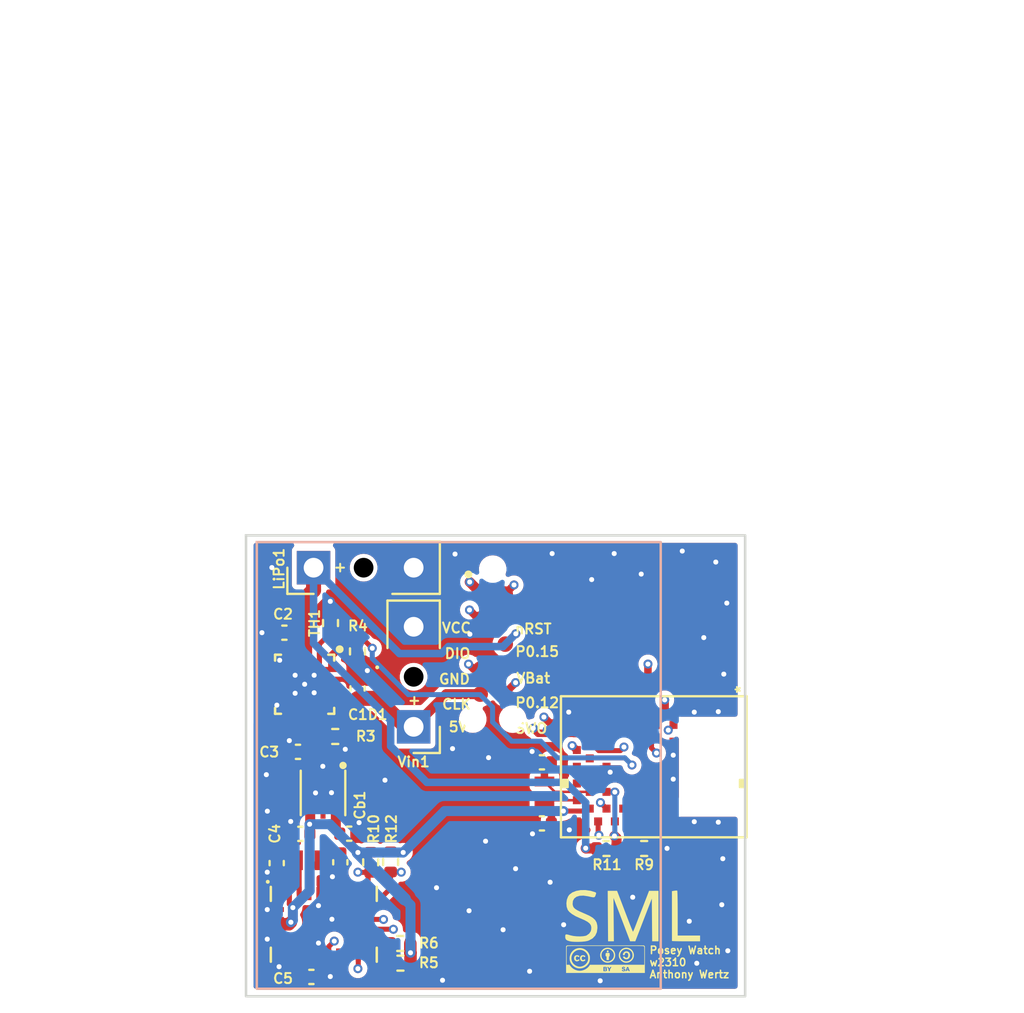
<source format=kicad_pcb>
(kicad_pcb (version 20221018) (generator pcbnew)
  (layers (0 "F.Cu" signal) (1 "In1.Cu" signal) (2 "In2.Cu" signal) (31 "B.Cu" signal) (34 "B.Paste" user) (35 "F.Paste" user) (36 "B.SilkS" user "B.Silkscreen") (37 "F.SilkS" user "F.Silkscreen") (38 "B.Mask" user) (39 "F.Mask" user) (44 "Edge.Cuts" user))
  (net 0 "")
  (net 1 "5V")
  (net 2 "GND")
  (net 3 "Net-(CHRG1-EN1)")
  (net 4 "VCC")
  (net 5 "Net-(IMU1-CAP)")
  (net 6 "Net-(IMU1-XIN32)")
  (net 7 "I_CHG")
  (net 8 "IMU_nRESET")
  (net 9 "IMU_nINT")
  (net 10 "Net-(IMU1-XOUT32{slash}CLKSEL1)")
  (net 11 "Net-(µC1A-P0-00{slash}XTAL1)")
  (net 12 "Net-(µC1A-P0-01{slash}XTAL2)")
  (net 13 "Net-(REG1-BYP)")
  (net 14 "Net-(CHRG1-TS)")
  (net 17 "SPI_COPI")
  (net 18 "Net-(CHRG1-ILIM)")
  (net 20 "SWCLK")
  (net 21 "SWDIO")
  (net 22 "Net-(IMU1-ENV_SCL)")
  (net 23 "nRESET")
  (net 24 "Net-(IMU1-ENV_SDA)")
  (net 25 "SPI_CS_IMU")
  (net 26 "SCL{slash}SPI_SCK")
  (net 27 "SDA{slash}SPI_CIPO")
  (net 34 "SWO")
  (net 35 "VBAT")
  (net 40 "EXT_P0_12")
  (net 41 "EXT_P0_15")
  (net 51 "Net-(µC1A-P0-03)")
  (footprint "Resistor_SMD:R_0402_1005Metric" (layer "F.Cu") (at 162.6496 148.2192)
    (fp_text reference "R6")
    (fp_text value "2.2k")
  )
  (footprint "Capacitor_SMD:C_0402_1005Metric" (layer "F.Cu") (at 157.46 138.49 180)
    (fp_text reference "C3")
    (fp_text value "4.7µ")
  )
  (footprint "Diode_SMD:D_0402_1005Metric" (layer "F.Cu") (at 161.48 135.29 -90)
    (fp_text reference "D1")
    (fp_text value "D_TVS")
  )
  (footprint "Capacitor_SMD:C_0402_1005Metric" (layer "F.Cu") (at 160.060001 142.645001)
    (fp_text reference "Cb1")
    (fp_text value "470p")
  )
  (footprint "Capacitor_SMD:C_0402_1005Metric" (layer "F.Cu") (at 160.48 135.27 90)
    (fp_text reference "C1")
    (fp_text value "1µ")
  )
  (footprint "posey:TC2050-IDC-NL" (layer "F.Cu") (at 166.708594 130.480599)
    (fp_text reference "J1" hide)
    (fp_text value "TC2050-IDC-NL")
  )
  (footprint "Resistor_SMD:R_0402_1005Metric" (layer "F.Cu") (at 173.11719 143.397387 180)
    (fp_text reference "R11")
    (fp_text value "10k")
  )
  (footprint "Resistor_SMD:R_0402_1005Metric" (layer "F.Cu") (at 162.1596 144.0792 90)
    (fp_text reference "R10")
    (fp_text value "2.2kΩ")
  )
  (footprint "posey:IC_BNO080" (layer "F.Cu") (at 158.7696 147.2467)
    (fp_text reference "IMU1" hide)
    (fp_text value "BNO080")
  )
  (footprint "posey:zgfx-sml-logo" (layer "F.Cu") (at 174.46 146.8124)
    (fp_text reference "G***" hide)
    (fp_text value "LOGO" hide)
  )
  (footprint "Capacitor_SMD:C_0402_1005Metric" (layer "F.Cu") (at 156.3794 144.1392 -90)
    (fp_text reference "C6" hide)
    (fp_text value "12p")
  )
  (footprint "Resistor_SMD:R_0402_1005Metric" (layer "F.Cu") (at 159.35 137.71 180)
    (fp_text reference "R3")
    (fp_text value "1k")
  )
  (footprint "Resistor_SMD:R_0402_1005Metric" (layer "F.Cu") (at 161.1496 144.0992 90)
    (fp_text reference "R12")
    (fp_text value "2.2kΩ")
  )
  (footprint "Capacitor_SMD:C_0402_1005Metric" (layer "F.Cu") (at 156.77 132.44)
    (fp_text reference "C2")
    (fp_text value "4.7µ")
  )
  (footprint "Resistor_SMD:R_0402_1005Metric" (layer "F.Cu") (at 160.48 133.39 90)
    (fp_text reference "R4")
    (fp_text value "1k")
  )
  (footprint "posey:QFN50P300X300X100-17N" (layer "F.Cu") (at 157.7974 135.0582 -90)
    (fp_text reference "CHRG1" hide)
    (fp_text value "BQ24072RGTR")
  )
  (footprint "posey:XTAL_ECS-.327-9-16-TR" (layer "F.Cu") (at 169.96719 140.547387 90)
    (fp_text reference "Y1" hide)
    (fp_text value "XTAL")
  )
  (footprint "posey:Split Terminal 2.54" (layer "F.Cu") (at 163.33 137.22 180)
    (fp_text reference "Vin1")
    (fp_text value "Conn_01x02")
  )
  (footprint "Capacitor_SMD:C_0402_1005Metric" (layer "F.Cu") (at 159.6078 144.0971 -90)
    (fp_text reference "C7" hide)
    (fp_text value "12p")
  )
  (footprint "Resistor_SMD:R_0402_1005Metric" (layer "F.Cu") (at 175.02719 143.397387 180)
    (fp_text reference "R9")
    (fp_text value "30.9k")
  )
  (footprint "Resistor_SMD:R_0402_1005Metric" (layer "F.Cu") (at 162.6596 149.2192)
    (fp_text reference "R5")
    (fp_text value "2.2k")
  )
  (footprint "Capacitor_SMD:C_0402_1005Metric" (layer "F.Cu") (at 158.1396 149.9192)
    (fp_text reference "C5")
    (fp_text value "0.1µ")
  )
  (footprint "posey:BMD-350-A-R" (layer "F.Cu") (at 175.517199 139.247399 -90)
    (fp_text reference "µC1" hide)
    (fp_text value "uC BMD-350-A-R" hide)
  )
  (footprint "Capacitor_SMD:C_0402_1005Metric" (layer "F.Cu") (at 169.8402 139.0224)
    (fp_text reference "C9" hide)
    (fp_text value "12p")
  )
  (footprint "posey:XTAL_ECS-.327-9-16-TR" (layer "F.Cu") (at 158.0076 143.9955 180)
    (fp_text reference "Y2" hide)
    (fp_text value "XTAL")
  )
  (footprint "posey:MIC5219-3.3YML-TR" (layer "F.Cu") (at 158.730001 140.577501 -90)
    (fp_text reference "REG1" hide)
    (fp_text value "MLF-6_ML_MCH" hide)
  )
  (footprint "Resistor_SMD:R_0402_1005Metric" (layer "F.Cu") (at 159.11 131.95 90)
    (fp_text reference "TH1")
    (fp_text value "NTC")
  )
  (footprint "posey:Split Terminal 2.54" (layer "F.Cu") (at 158.25 129.14 90)
    (fp_text reference "LiPo1")
    (fp_text value "LiPo")
  )
  (footprint "Capacitor_SMD:C_0402_1005Metric" (layer "F.Cu") (at 157.580001 142.655001 180)
    (fp_text reference "C4")
    (fp_text value "4.7µ")
  )
  (footprint "Capacitor_SMD:C_0402_1005Metric" (layer "F.Cu") (at 169.8402 142.1224)
    (fp_text reference "C8" hide)
    (fp_text value "12p")
  )
  (footprint "posey:zgfx-cc-by-sa" (layer "F.Cu") (at 173.06 149.0124)
    (fp_text reference "G***" hide)
    (fp_text value "LOGO" hide)
  )
  (gr_rect (start 155.3696 127.8412) (end 175.8696 150.5204) (stroke (width 0.127)) (fill none) (layer "B.SilkS"))
  (gr_rect (start 154.8222 127.5) (end 180.1524 150.8998) (stroke (width 0.127)) (fill none) (layer "Edge.Cuts"))
  (gr_text "SWO\n" (at 169.3 137.3) (layer "F.SilkS") (effects (font (size 0.508 0.508) (thickness 0.1016))))
  (gr_text "+" (at 163.4 135.9 -90) (layer "F.SilkS") (effects (font (size 0.508 0.508) (thickness 0.1016))))
  (gr_text "P0.12" (at 169.6 136) (layer "F.SilkS") (effects (font (size 0.508 0.508) (thickness 0.1016))))
  (gr_text "Posey Watch\nw2310\nAnthony Wertz" (at 175.26 150.0124) (layer "F.SilkS") (effects (font (size 0.381 0.381) (thickness 0.0762) bold) (justify left bottom)))
  (gr_text "nRST" (at 169.4 132.24998) (layer "F.SilkS") (effects (font (size 0.508 0.508) (thickness 0.1016))))
  (gr_text "CLK" (at 165.5 136.074988) (layer "F.SilkS") (effects (font (size 0.508 0.508) (thickness 0.1016))))
  (gr_text "+" (at 159.6 129.1) (layer "F.SilkS") (effects (font (size 0.508 0.508) (thickness 0.1016))))
  (gr_text "P0.15" (at 169.6 133.4) (layer "F.SilkS") (effects (font (size 0.508 0.508) (thickness 0.1016))))
  (gr_text "GND" (at 165.4 134.799987) (layer "F.SilkS") (effects (font (size 0.508 0.508) (thickness 0.1016))))
  (gr_text "DIO" (at 165.554975 133.49999) (layer "F.SilkS") (effects (font (size 0.508 0.508) (thickness 0.1016))))
  (gr_text "VCC" (at 165.5 132.199993) (layer "F.SilkS") (effects (font (size 0.508 0.508) (thickness 0.1016))))
  (gr_text "VBat\n" (at 169.4 134.75) (layer "F.SilkS") (effects (font (size 0.508 0.508) (thickness 0.1016))))
  (gr_text "5V" (at 165.579994 137.224976) (layer "F.SilkS") (effects (font (size 0.508 0.508) (thickness 0.1016))))
  (segment (start 160.48 135.75) (end 160.29 135.94) (width 0.508) (layer "F.Cu") (net 1))
  (segment (start 160.505 135.775) (end 160.48 135.75) (width 0.508) (layer "F.Cu") (net 1))
  (segment (start 163.33 137.22) (end 162.925 137.22) (width 0.508) (layer "F.Cu") (net 1))
  (segment (start 162.925 137.22) (end 161.48 135.775) (width 0.762) (layer "F.Cu") (net 1))
  (segment (start 160.29 135.94) (end 160.12 136.11) (width 0.762) (layer "F.Cu") (net 1))
  (segment (start 164.989401 135.560599) (end 163.33 137.22) (width 0.508) (layer "F.Cu") (net 1))
  (segment (start 160.12 136.11) (end 159.22 136.11) (width 0.762) (layer "F.Cu") (net 1))
  (segment (start 161.48 135.775) (end 160.505 135.775) (width 0.762) (layer "F.Cu") (net 1))
  (segment (start 166.708594 135.560599) (end 164.989401 135.560599) (width 0.508) (layer "F.Cu") (net 1))
  (segment (start 156.98 137.96) (end 157.02 137.92) (width 0.508) (layer "F.Cu") (net 2))
  (segment (start 158.5196 149.8192) (end 158.6196 149.9192) (width 0.254) (layer "F.Cu") (net 2))
  (segment (start 158.6196 149.9192) (end 159.0808 149.9192) (width 0.254) (layer "F.Cu") (net 2))
  (segment (start 160.555 134.79) (end 160.98 134.365) (width 0.508) (layer "F.Cu") (net 2))
  (segment (start 159.147501 140.577501) (end 159.160001 140.565001) (width 0.254) (layer "F.Cu") (net 2))
  (segment (start 160.515 133.9) (end 160.98 134.365) (width 0.508) (layer "F.Cu") (net 2))
  (segment (start 160.540001 142.105001) (end 160.560001 142.085001) (width 0.508) (layer "F.Cu") (net 2))
  (segment (start 156.5196 148.8092) (end 156.5196 149.3804) (width 0.254) (layer "F.Cu") (net 2))
  (segment (start 160.48 134.79) (end 160.48 133.9) (width 0.381) (layer "F.Cu") (net 2))
  (segment (start 158.5196 145.6842) (end 158.5196 146.2804) (width 0.254) (layer "F.Cu") (net 2))
  (segment (start 160.495 134.805) (end 160.48 134.79) (width 0.381) (layer "F.Cu") (net 2))
  (segment (start 156.4571 146.4967) (end 155.9033 146.4967) (width 0.254) (layer "F.Cu") (net 2))
  (segment (start 169.3602 139.0224) (end 169.3602 138.4924) (width 0.381) (layer "F.Cu") (net 2))
  (segment (start 157.0474 133.6232) (end 156.7468 133.6232) (width 0.381) (layer "F.Cu") (net 2))
  (segment (start 159.11 131.44) (end 159.11 130.86) (width 0.254) (layer "F.Cu") (net 2))
  (segment (start 176.5172 137.9724) (end 176.5172 140.5224) (width 0.381) (layer "F.Cu") (net 2))
  (segment (start 156.5196 149.3804) (end 156.5 149.4) (width 0.254) (layer "F.Cu") (net 2))
  (segment (start 158.5196 148.2196) (end 158.5 148.2) (width 0.254) (layer "F.Cu") (net 2))
  (segment (start 156.3794 144.6192) (end 155.9192 144.6192) (width 0.254) (layer "F.Cu") (net 2))
  (segment (start 159.2072 144.8308) (end 159.4609 144.5771) (width 0.254) (layer "F.Cu") (net 2))
  (segment (start 159.11 130.86) (end 159.1 130.85) (width 0.254) (layer "F.Cu") (net 2))
  (segment (start 155.9192 144.6192) (end 155.9 144.6) (width 0.254) (layer "F.Cu") (net 2))
  (segment (start 159.4609 144.5771) (end 159.6078 144.5771) (width 0.254) (layer "F.Cu") (net 2))
  (segment (start 156.7468 133.6232) (end 156.53 133.84) (width 0.381) (layer "F.Cu") (net 2))
  (segment (start 156.3624 136.0932) (end 156.3878 136.1186) (width 0.254) (layer "F.Cu") (net 2))
  (segment (start 169.3602 138.4924) (end 169.3402 138.4724) (width 0.381) (layer "F.Cu") (net 2))
  (segment (start 169.3602 142.1224) (end 169.3602 142.6524) (width 0.381) (layer "F.Cu") (net 2))
  (segment (start 175.53719 143.397387) (end 176.185213 143.397387) (width 0.508) (layer "F.Cu") (net 2))
  (segment (start 159.86 138.36) (end 159.86 137.71) (width 0.254) (layer "F.Cu") (net 2))
  (segment (start 160.48 133.9) (end 160.515 133.9) (width 0.508) (layer "F.Cu") (net 2))
  (segment (start 161.48 134.805) (end 160.495 134.805) (width 0.381) (layer "F.Cu") (net 2))
  (segment (start 159.2324 134.8082) (end 160.4618 134.8082) (width 0.254) (layer "F.Cu") (net 2))
  (segment (start 173.3042 139.5222) (end 173.3042 139.4344) (width 0.254) (layer "F.Cu") (net 2))
  (segment (start 166.708594 133.020599) (end 166.688587 133.020599) (width 0.381) (layer "F.Cu") (net 2))
  (segment (start 160.48 134.79) (end 160.555 134.79) (width 0.508) (layer "F.Cu") (net 2))
  (segment (start 157.100001 142.035001) (end 157.090001 142.025001) (width 0.508) (layer "F.Cu") (net 2))
  (segment (start 161.42 134.805) (end 160.98 134.365) (width 0.508) (layer "F.Cu") (net 2))
  (segment (start 179.3902 136.472398) (end 176.942198 136.472398) (width 0.381) (layer "F.Cu") (net 2))
  (segment (start 171.6122 136.472399) (end 171.2002 136.4724) (width 0.381) (layer "F.Cu") (net 2))
  (segment (start 156.3624 135.8082) (end 156.3624 136.0932) (width 0.254) (layer "F.Cu") (net 2))
  (segment (start 156.29 132.44) (end 155.63 132.44) (width 0.254) (layer "F.Cu") (net 2))
  (segment (start 166.688587 133.020599) (end 166.183581 132.515593) (width 0.381) (layer "F.Cu") (net 2))
  (segment (start 158.730001 139.625001) (end 158.730001 139.235002) (width 0.508) (layer "F.Cu") (net 2))
  (segment (start 157.100001 142.655001) (end 157.100001 142.035001) (width 0.508) (layer "F.Cu") (net 2))
  (segment (start 158.5196 146.2804) (end 158.5 146.3) (width 0.254) (layer "F.Cu") (net 2))
  (segment (start 171.6122 142.022399) (end 171.6122 142.0704) (width 0.254) (layer "F.Cu") (net 2))
  (segment (start 156.3624 134.3082) (end 156.3624 134.0076) (width 0.381) (layer "F.Cu") (net 2))
  (segment (start 171.6122 142.0704) (end 171.2302 142.4524) (width 0.254) (layer "F.Cu") (net 2))
  (segment (start 156.3624 134.0076) (end 156.53 133.84) (width 0.381) (layer "F.Cu") (net 2))
  (segment (start 160.4618 134.8082) (end 160.48 134.79) (width 0.254) (layer "F.Cu") (net 2))
  (segment (start 176.942198 142.0224) (end 179.3902 142.0224) (width 0.381) (layer "F.Cu") (net 2))
  (segment (start 160.540001 142.645001) (end 160.540001 142.105001) (width 0.508) (layer "F.Cu") (net 2))
  (segment (start 158.352501 140.577501) (end 158.350001 140.575001) (width 0.254) (layer "F.Cu") (net 2))
  (segment (start 176.185213 143.397387) (end 176.1902 143.3924) (width 0.508) (layer "F.Cu") (net 2))
  (segment (start 158.5196 148.8092) (end 158.5196 148.2196) (width 0.254) (layer "F.Cu") (net 2))
  (segment (start 159.0808 149.9192) (end 159.1 149.9) (width 0.254) (layer "F.Cu") (net 2))
  (segment (start 158.5196 148.8092) (end 158.5196 149.8192) (width 0.254) (layer "F.Cu") (net 2))
  (segment (start 158.730001 139.235002) (end 158.72 139.225001) (width 0.508) (layer "F.Cu") (net 2))
  (segment (start 155.9033 147.9967) (end 155.9 148) (width 0.254) (layer "F.Cu") (net 2))
  (segment (start 156.98 138.49) (end 156.98 137.96) (width 0.508) (layer "F.Cu") (net 2))
  (segment (start 173.3042 139.4344) (end 173.1172 139.2474) (width 0.254) (layer "F.Cu") (net 2))
  (segment (start 161.48 134.805) (end 161.42 134.805) (width 0.508) (layer "F.Cu") (net 2))
  (segment (start 155.9033 146.4967) (end 155.9 146.5) (width 0.254) (layer "F.Cu") (net 2))
  (segment (start 156.4571 147.9967) (end 155.9033 147.9967) (width 0.254) (layer "F.Cu") (net 2))
  (via (at 173.3042 139.5222) (size 0.4572) (drill 0.254) (layers "F.Cu" "B.Cu") (net 2))
  (via (at 179.2732 148.59) (size 0.4572) (drill 0.254) (layers "F.Cu" "B.Cu") (net 2))
  (via (at 177.5714 142.0368) (size 0.4572) (drill 0.254) (layers "F.Cu" "B.Cu") (net 2))
  (via (at 155.9052 141.5034) (size 0.4572) (drill 0.254) (layers "F.Cu" "B.Cu") (net 2))
  (via (at 155.9 144.6) (size 0.4572) (drill 0.254) (layers "F.Cu" "B.Cu") (net 2))
  (via (at 169.3402 138.4724) (size 0.4572) (drill 0.254) (layers "F.Cu" "B.Cu") (net 2))
  (via (at 178.7906 142.0622) (size 0.4572) (drill 0.254) (layers "F.Cu" "B.Cu") (net 2))
  (via (at 178.6636 128.8542) (size 0.4572) (drill 0.254) (layers "F.Cu" "B.Cu") (net 2))
  (via (at 176.1902 143.3924) (size 0.4572) (drill 0.254) (layers "F.Cu" "B.Cu") (net 2))
  (via (at 159.86 138.36) (size 0.4572) (drill 0.254) (layers "F.Cu" "B.Cu") (net 2))
  (via (at 176.5046 138.6586) (size 0.4572) (drill 0.254) (layers "F.Cu" "B.Cu") (net 2))
  (via (at 177.5714 136.4742) (size 0.4572) (drill 0.254) (layers "F.Cu" "B.Cu") (net 2))
  (via (at 157.02 137.92) (size 0.4572) (drill 0.254) (layers "F.Cu" "B.Cu") (net 2))
  (via (at 172.7962 150.114) (size 0.4572) (drill 0.254) (layers "F.Cu" "B.Cu") (net 2))
  (via (at 167.132 138.7856) (size 0.4572) (drill 0.254) (layers "F.Cu" "B.Cu") (net 2))
  (via (at 158.5 148.2) (size 0.4572) (drill 0.254) (layers "F.Cu" "B.Cu") (net 2))
  (via (at 159.2072 144.8308) (size 0.4572) (drill 0.254) (layers "F.Cu" "B.Cu") (net 2))
  (via (at 158.5 146.3) (size 0.4572) (drill 0.254) (layers "F.Cu" "B.Cu") (net 2))
  (via (at 178.9684 146.2532) (size 0.4572) (drill 0.254) (layers "F.Cu" "B.Cu") (net 2))
  (via (at 170.3578 128.4224) (size 0.4572) (drill 0.254) (layers "F.Cu" "B.Cu") (net 2))
  (via (at 166.183581 132.515593) (size 0.4572) (drill 0.254) (layers "F.Cu" "B.Cu") (net 2))
  (via (at 158.72 139.225001) (size 0.4572) (drill 0.254) (layers "F.Cu" "B.Cu") (net 2))
  (via (at 156.1338 129.1336) (size 0.4572) (drill 0.254) (layers "F.Cu" "B.Cu") (net 2))
  (via (at 176.5046 139.8778) (size 0.4572) (drill 0.254) (layers "F.Cu" "B.Cu") (net 2))
  (via (at 159.1818 146.9898) (size 0.4572) (drill 0.254) (layers "F.Cu" "B.Cu") (net 2))
  (via (at 173.5074 128.4224) (size 0.4572) (drill 0.254) (layers "F.Cu" "B.Cu") (net 2))
  (via (at 178.054 132.6896) (size 0.4572) (drill 0.254) (layers "F.Cu" "B.Cu") (net 2))
  (via (at 166.9796 143.0274) (size 0.4572) (drill 0.254) (layers "F.Cu" "B.Cu") (net 2))
  (via (at 174.4472 145.8722) (size 0.4572) (drill 0.254) (layers "F.Cu" "B.Cu") (net 2))
  (via (at 177.6984 149.225) (size 0.4572) (drill 0.254) (layers "F.Cu" "B.Cu") (net 2))
  (via (at 159.160001 140.565001) (size 0.4572) (drill 0.254) (layers "F.Cu" "B.Cu") (net 2))
  (via (at 156.53 133.84) (size 0.4572) (drill 0.254) (layers "F.Cu" "B.Cu") (net 2))
  (via (at 161.8742 139.9286) (size 0.4572) (drill 0.254) (layers "F.Cu" "B.Cu") (net 2))
  (via (at 157.090001 142.025001) (size 0.4572) (drill 0.254) (layers "F.Cu" "B.Cu") (net 2))
  (via (at 171.2002 136.4724) (size 0.4572) (drill 0.254) (layers "F.Cu" "B.Cu") (net 2))
  (via (at 166.1414 146.558) (size 0.4572) (drill 0.254) (layers "F.Cu" "B.Cu") (net 2))
  (via (at 178.7906 136.4488) (size 0.4572) (drill 0.254) (layers "F.Cu" "B.Cu") (net 2))
  (via (at 170.2562 145.1102) (size 0.4572) (drill 0.254) (layers "F.Cu" "B.Cu") (net 2))
  (via (at 167.8686 147.5232) (size 0.4572) (drill 0.254) (layers "F.Cu" "B.Cu") (net 2))
  (via (at 179.2224 130.937) (size 0.4572) (drill 0.254) (layers "F.Cu" "B.Cu") (net 2))
  (via (at 170.942 147.2692) (size 0.4572) (drill 0.254) (layers "F.Cu" "B.Cu") (net 2))
  (via (at 160.98 134.365) (size 0.4572) (drill 0.254) (layers "F.Cu" "B.Cu") (net 2))
  (via (at 164.7952 150.0886) (size 0.4572) (drill 0.254) (layers "F.Cu" "B.Cu") (net 2))
  (via (at 156.5 149.4) (size 0.4572) (drill 0.254) (layers "F.Cu" "B.Cu") (net 2))
  (via (at 158.350001 140.575001) (size 0.4572) (drill 0.254) (layers "F.Cu" "B.Cu") (net 2))
  (via (at 174.879 129.4638) (size 0.4572) (drill 0.254) (layers "F.Cu" "B.Cu") (net 2))
  (via (at 179.0192 143.9164) (size 0.4572) (drill 0.254) (layers "F.Cu" "B.Cu") (net 2))
  (via (at 159.1 149.9) (size 0.4572) (drill 0.254) (layers "F.Cu" "B.Cu") (net 2))
  (via (at 171.2302 142.4524) (size 0.4572) (drill 0.254) (layers "F.Cu" "B.Cu") (net 2))
  (via (at 155.8544 139.6492) (size 0.4572) (drill 0.254) (layers "F.Cu" "B.Cu") (net 2))
  (via (at 169.2148 149.6314) (size 0.4572) (drill 0.254) (layers "F.Cu" "B.Cu") (net 2))
  (via (at 165.4302 128.4478) (size 0.4572) (drill 0.254) (layers "F.Cu" "B.Cu") (net 2))
  (via (at 156.3878 136.1186) (size 0.4572) (drill 0.254) (layers "F.Cu" "B.Cu") (net 2))
  (via (at 155.9 148) (size 0.4572) (drill 0.254) (layers "F.Cu" "B.Cu") (net 2))
  (via (at 165.3032 138.3284) (size 0.4572) (drill 0.254) (layers "F.Cu" "B.Cu") (net 2))
  (via (at 172.3644 129.7432) (size 0.4572) (drill 0.254) (layers "F.Cu" "B.Cu") (net 2))
  (via (at 160.560001 142.085001) (size 0.4572) (drill 0.254) (layers "F.Cu" "B.Cu") (net 2))
  (via (at 155.9 146.5) (size 0.4572) (drill 0.254) (layers "F.Cu" "B.Cu") (net 2))
  (via (at 176.9618 128.2954) (size 0.4572) (drill 0.254) (layers "F.Cu" "B.Cu") (net 2))
  (via (at 164.4904 145.3896) (size 0.4572) (drill 0.254) (layers "F.Cu" "B.Cu") (net 2))
  (via (at 168.5036 144.4244) (size 0.4572) (drill 0.254) (layers "F.Cu" "B.Cu") (net 2))
  (via (at 169.3602 142.6524) (size 0.4572) (drill 0.254) (layers "F.Cu" "B.Cu") (net 2))
  (via (at 179.07 134.5438) (size 0.4572) (drill 0.254) (layers "F.Cu" "B.Cu") (net 2))
  (via (at 155.63 132.44) (size 0.4572) (drill 0.254) (layers "F.Cu" "B.Cu") (net 2))
  (via (at 159.1 130.85) (size 0.4572) (drill 0.254) (layers "F.Cu" "B.Cu") (net 2))
  (via (at 177.3174 147.0914) (size 0.4572) (drill 0.254) (layers "F.Cu" "B.Cu") (net 2))
  (segment (start 157.94 137.73) (end 157.91 137.7) (width 0.508) (layer "F.Cu") (net 3))
  (segment (start 156.3624 134.8082) (end 155.5138 134.8082) (width 0.254) (layer "F.Cu") (net 3))
  (segment (start 157.929999 137.719999) (end 157.91 137.7) (width 0.254) (layer "F.Cu") (net 3))
  (segment (start 155.5138 134.8082) (end 155.381 134.941) (width 0.254) (layer "F.Cu") (net 3))
  (segment (start 159.03 138.49) (end 157.94 138.49) (width 0.254) (layer "F.Cu") (net 3))
  (segment (start 158.080002 139.625001) (end 157.96 139.504999) (width 0.508) (layer "F.Cu") (net 3))
  (segment (start 157.8846 137.287) (end 157.91 137.2616) (width 0.254) (layer "F.Cu") (net 3))
  (segment (start 155.381 136.4326) (end 156.2354 137.287) (width 0.254) (layer "F.Cu") (net 3))
  (segment (start 157.91 137.7) (end 157.91 137.2616) (width 0.508) (layer "F.Cu") (net 3))
  (segment (start 157.94 138.49) (end 157.94 137.73) (width 0.508) (layer "F.Cu") (net 3))
  (segment (start 159.38 139.625001) (end 159.38 138.84) (width 0.254) (layer "F.Cu") (net 3))
  (segment (start 156.2354 137.287) (end 157.8846 137.287) (width 0.254) (layer "F.Cu") (net 3))
  (segment (start 155.381 134.941) (end 155.381 136.4326) (width 0.254) (layer "F.Cu") (net 3))
  (segment (start 157.91 136.63) (end 157.77 136.49) (width 0.508) (layer "F.Cu") (net 3))
  (segment (start 159.38 138.84) (end 159.03 138.49) (width 0.254) (layer "F.Cu") (net 3))
  (segment (start 157.96 139.504999) (end 157.96 138.495001) (width 0.508) (layer "F.Cu") (net 3))
  (segment (start 157.91 137.2616) (end 157.91 136.63) (width 0.508) (layer "F.Cu") (net 3))
  (segment (start 156.9967 146.9967) (end 157.099 147.099) (width 0.254) (layer "F.Cu") (net 4))
  (segment (start 172.1434 141.4962) (end 170.9298 141.4962) (width 0.254) (layer "F.Cu") (net 4))
  (segment (start 163.1596 148.2192) (end 163.1596 148.6816) (width 0.635) (layer "F.Cu") (net 4))
  (segment (start 166.708594 130.480599) (end 166.708594 130.400606) (width 0.381) (layer "F.Cu") (net 4))
  (segment (start 162.1396 143.5892) (end 162.1596 143.5692) (width 0.254) (layer "F.Cu") (net 4))
  (segment (start 160.5108 143.5892) (end 160.5 143.6) (width 0.254) (layer "F.Cu") (net 4))
  (segment (start 158.080002 142.135) (end 158.050001 142.165001) (width 0.508) (layer "F.Cu") (net 4))
  (segment (start 156.9974 147.2438) (end 156.464 147.2438) (width 0.635) (layer "F.Cu") (net 4))
  (segment (start 161.1496 143.5892) (end 160.5108 143.5892) (width 0.254) (layer "F.Cu") (net 4))
  (segment (start 162.1596 143.5692) (end 162.7692 143.5692) (width 0.254) (layer "F.Cu") (net 4))
  (segment (start 158.080002 141.530001) (end 158.080002 142.135) (width 0.508) (layer "F.Cu") (net 4))
  (segment (start 172.2672 141.3724) (end 172.1434 141.4962) (width 0.254) (layer "F.Cu") (net 4))
  (segment (start 163.1696 148.2292) (end 163.1596 148.2192) (width 0.254) (layer "F.Cu") (net 4))
  (segment (start 161.1496 143.5892) (end 162.1396 143.5892) (width 0.254) (layer "F.Cu") (net 4))
  (segment (start 163.1596 148.6816) (end 163.1696 148.6916) (width 0.635) (layer "F.Cu") (net 4))
  (segment (start 157.099 147.1422) (end 156.9974 147.2438) (width 0.635) (layer "F.Cu") (net 4))
  (segment (start 157.099 147.099) (end 157.099 147.1422) (width 0.254) (layer "F.Cu") (net 4))
  (segment (start 157.0196 145.6842) (end 157.0196 146.2196) (width 0.254) (layer "F.Cu") (net 4))
  (segment (start 158.060001 142.175001) (end 158.050001 142.165001) (width 0.508) (layer "F.Cu") (net 4))
  (segment (start 162.7692 143.5692) (end 162.8 143.6) (width 0.254) (layer "F.Cu") (net 4))
  (segment (start 158.060001 142.655001) (end 158.060001 142.175001) (width 0.508) (layer "F.Cu") (net 4))
  (segment (start 163.1696 149.2192) (end 163.1696 148.6916) (width 0.635) (layer "F.Cu") (net 4))
  (segment (start 166.708594 130.400606) (end 166.173581 129.865593) (width 0.508) (layer "F.Cu") (net 4))
  (segment (start 157.0196 146.2196) (end 157.2 146.4) (width 0.254) (layer "F.Cu") (net 4))
  (via (at 157.099 147.1422) (size 0.4572) (drill 0.254) (layers "F.Cu" "B.Cu") (net 4))
  (via (at 162.8 143.6) (size 0.4572) (drill 0.254) (layers "F.Cu" "B.Cu") (net 4))
  (via (at 157.2 146.4) (size 0.4572) (drill 0.254) (layers "F.Cu" "B.Cu") (net 4))
  (via (at 160.5 143.6) (size 0.4572) (drill 0.254) (layers "F.Cu" "B.Cu") (net 4))
  (via (at 163.1696 148.6916) (size 0.4572) (drill 0.254) (layers "F.Cu" "B.Cu") (net 4))
  (via (at 170.9298 141.4962) (size 0.4572) (drill 0.254) (layers "F.Cu" "B.Cu") (net 4))
  (via (at 166.173581 129.865593) (size 0.4572) (drill 0.254) (layers "F.Cu" "B.Cu") (net 4))
  (via (at 158.050001 142.165001) (size 0.4572) (drill 0.254) (layers "F.Cu" "B.Cu") (net 4))
  (segment (start 157.2 147.0412) (end 157.2 146.4) (width 0.508) (layer "B.Cu") (net 4))
  (segment (start 159.065001 142.165001) (end 160.5 143.6) (width 0.508) (layer "B.Cu") (net 4))
  (segment (start 157.099 147.1422) (end 157.2 147.0412) (width 0.508) (layer "B.Cu") (net 4))
  (segment (start 163.1696 146.2696) (end 160.5 143.6) (width 0.508) (layer "B.Cu") (net 4))
  (segment (start 163.1696 148.6916) (end 163.1696 146.2696) (width 0.508) (layer "B.Cu") (net 4))
  (segment (start 158.050001 142.165001) (end 158.050001 145.549999) (width 0.508) (layer "B.Cu") (net 4))
  (segment (start 164.9038 141.4962) (end 170.9298 141.4962) (width 0.508) (layer "B.Cu") (net 4))
  (segment (start 162.8 143.6) (end 164.9038 141.4962) (width 0.508) (layer "B.Cu") (net 4))
  (segment (start 162.8738 145.9738) (end 160.5 143.6) (width 0.635) (layer "B.Cu") (net 4))
  (segment (start 158.050001 145.549999) (end 157.2 146.4) (width 0.508) (layer "B.Cu") (net 4))
  (segment (start 160.5 143.6) (end 162.8 143.6) (width 0.508) (layer "B.Cu") (net 4))
  (segment (start 158.050001 142.165001) (end 159.065001 142.165001) (width 0.508) (layer "B.Cu") (net 4))
  (segment (start 158.0196 149.5592) (end 157.6596 149.9192) (width 0.254) (layer "F.Cu") (net 5))
  (segment (start 158.0196 148.8092) (end 158.0196 149.5592) (width 0.254) (layer "F.Cu") (net 5))
  (segment (start 157.5196 145.6842) (end 157.5196 144.0575) (width 0.254) (layer "F.Cu") (net 6))
  (segment (start 156.7157 143.9955) (end 156.3794 143.6592) (width 0.254) (layer "F.Cu") (net 6))
  (segment (start 157.4576 143.9955) (end 156.7157 143.9955) (width 0.254) (layer "F.Cu") (net 6))
  (segment (start 157.5196 144.0575) (end 157.4576 143.9955) (width 0.254) (layer "F.Cu") (net 6))
  (segment (start 172.273998 138.8156) (end 174.0658 138.8156) (width 0.2032) (layer "F.Cu") (net 7))
  (segment (start 159.89 132.88) (end 159.18 133.59) (width 0.381) (layer "F.Cu") (net 7))
  (segment (start 174.0658 138.8156) (end 174.4096 139.1594) (width 0.2032) (layer "F.Cu") (net 7))
  (segment (start 159.18 133.59) (end 159.18 134.19) (width 0.381) (layer "F.Cu") (net 7))
  (segment (start 160.48 132.88) (end 159.89 132.88) (width 0.381) (layer "F.Cu") (net 7))
  (segment (start 160.48 132.88) (end 160.88 132.88) (width 0.254) (layer "F.Cu") (net 7))
  (segment (start 172.2672 138.822398) (end 172.273998 138.8156) (width 0.2032) (layer "F.Cu") (net 7))
  (segment (start 160.88 132.88) (end 161.23 133.23) (width 0.254) (layer "F.Cu") (net 7))
  (via (at 161.23 133.23) (size 0.4572) (drill 0.254) (layers "F.Cu" "B.Cu") (net 7))
  (via (at 174.4096 139.1594) (size 0.4572) (drill 0.254) (layers "F.Cu" "B.Cu") (net 7))
  (segment (start 170.6214 138.7952) (end 174.0454 138.7952) (width 0.254) (layer "B.Cu") (net 7))
  (segment (start 163.06112 135.5852) (end 166.7002 135.5852) (width 0.254) (layer "B.Cu") (net 7))
  (segment (start 166.7002 135.5852) (end 167.3352 136.2202) (width 0.254) (layer "B.Cu") (net 7))
  (segment (start 167.3352 136.974921) (end 168.307679 137.9474) (width 0.254) (layer "B.Cu") (net 7))
  (segment (start 167.3352 136.2202) (end 167.3352 136.974921) (width 0.254) (layer "B.Cu") (net 7))
  (segment (start 169.7736 137.9474) (end 170.6214 138.7952) (width 0.254) (layer "B.Cu") (net 7))
  (segment (start 161.23 133.75408) (end 163.06112 135.5852) (width 0.254) (layer "B.Cu") (net 7))
  (segment (start 161.23 133.23) (end 161.23 133.75408) (width 0.254) (layer "B.Cu") (net 7))
  (segment (start 168.307679 137.9474) (end 169.7736 137.9474) (width 0.254) (layer "B.Cu") (net 7))
  (segment (start 174.0454 138.7952) (end 174.4096 139.1594) (width 0.254) (layer "B.Cu") (net 7))
  (segment (start 173.1172 141.3724) (end 173.1172 141.372399) (width 0.254) (layer "F.Cu") (net 8))
  (segment (start 173.1172 141.372399) (end 172.8099 141.065099) (width 0.254) (layer "F.Cu") (net 8))
  (segment (start 159.0196 148.3804) (end 159.3 148.1) (width 0.254) (layer "F.Cu") (net 8))
  (segment (start 159.0196 148.8092) (end 159.0196 148.3804) (width 0.254) (layer "F.Cu") (net 8))
  (via (at 172.8099 141.065099) (size 0.4572) (drill 0.254) (layers "F.Cu" "B.Cu") (net 8))
  (via (at 159.3 148.1) (size 0.4572) (drill 0.254) (layers "F.Cu" "B.Cu") (net 8))
  (segment (start 160.5196 148.8092) (end 160.5196 149.4804) (width 0.254) (layer "F.Cu") (net 9))
  (segment (start 160.5196 149.4804) (end 160.5 149.5) (width 0.254) (layer "F.Cu") (net 9))
  (segment (start 172.6922 142.684287) (end 172.6922 142.0224) (width 0.254) (layer "F.Cu") (net 9))
  (segment (start 172.7302 142.722287) (end 172.6922 142.684287) (width 0.254) (layer "F.Cu") (net 9))
  (via (at 160.5 149.5) (size 0.4572) (drill 0.254) (layers "F.Cu" "B.Cu") (net 9))
  (via (at 172.7302 142.722287) (size 0.4572) (drill 0.254) (layers "F.Cu" "B.Cu") (net 9))
  (segment (start 158.0196 145.6842) (end 158.0196 144.5335) (width 0.254) (layer "F.Cu") (net 10))
  (segment (start 158.5576 143.9955) (end 159.2294 143.9955) (width 0.254) (layer "F.Cu") (net 10))
  (segment (start 159.2294 143.9955) (end 159.6078 143.6171) (width 0.254) (layer "F.Cu") (net 10))
  (segment (start 158.0196 144.5335) (end 158.5576 143.9955) (width 0.254) (layer "F.Cu") (net 10))
  (segment (start 171.6122 140.947398) (end 170.117179 140.947398) (width 0.127) (layer "F.Cu") (net 11))
  (segment (start 170.117179 140.947398) (end 169.96719 141.097387) (width 0.127) (layer "F.Cu") (net 11))
  (segment (start 170.3202 142.1224) (end 170.3202 141.450397) (width 0.381) (layer "F.Cu") (net 11))
  (segment (start 170.3202 141.450397) (end 169.96719 141.097387) (width 0.381) (layer "F.Cu") (net 11))
  (segment (start 172.2672 140.5224) (end 170.492203 140.5224) (width 0.127) (layer "F.Cu") (net 12))
  (segment (start 169.96719 139.37541) (end 170.3202 139.0224) (width 0.381) (layer "F.Cu") (net 12))
  (segment (start 170.492203 140.5224) (end 169.96719 139.997387) (width 0.127) (layer "F.Cu") (net 12))
  (segment (start 169.96719 139.997387) (end 169.96719 139.37541) (width 0.381) (layer "F.Cu") (net 12))
  (segment (start 159.38 142.445) (end 159.580001 142.645001) (width 0.508) (layer "F.Cu") (net 13))
  (segment (start 159.38 141.530001) (end 159.38 142.445) (width 0.508) (layer "F.Cu") (net 13))
  (segment (start 158.5474 133.6232) (end 158.5474 133.0226) (width 0.254) (layer "F.Cu") (net 14))
  (segment (start 158.5474 133.0226) (end 159.11 132.46) (width 0.254) (layer "F.Cu") (net 14))
  (segment (start 171.3738 138.176) (end 171.595198 138.397398) (width 0.381) (layer "F.Cu") (net 17))
  (segment (start 161.0821 147.4967) (end 162.2967 147.4967) (width 0.254) (layer "F.Cu") (net 17))
  (segment (start 162.2967 147.4967) (end 162.3 147.5) (width 0.254) (layer "F.Cu") (net 17))
  (segment (start 171.595198 138.397398) (end 171.6122 138.397398) (width 0.381) (layer "F.Cu") (net 17))
  (via (at 162.3 147.5) (size 0.4572) (drill 0.254) (layers "F.Cu" "B.Cu") (net 17))
  (via (at 171.3738 138.176) (size 0.4572) (drill 0.254) (layers "F.Cu" "B.Cu") (net 17))
  (segment (start 158.5474 137.4174) (end 158.84 137.71) (width 0.254) (layer "F.Cu") (net 18))
  (segment (start 158.5474 136.4932) (end 158.5474 137.4174) (width 0.254) (layer "F.Cu") (net 18))
  (segment (start 166.116 134.0358) (end 166.370799 134.290599) (width 0.381) (layer "F.Cu") (net 20))
  (segment (start 176.2508 137.3888) (end 176.5172 137.1224) (width 0.254) (layer "F.Cu") (net 20))
  (segment (start 166.370799 134.290599) (end 166.708594 134.290599) (width 0.381) (layer "F.Cu") (net 20))
  (via (at 176.2508 137.3888) (size 0.4572) (drill 0.254) (layers "F.Cu" "B.Cu") (net 20))
  (via (at 166.116 134.0358) (size 0.4572) (drill 0.254) (layers "F.Cu" "B.Cu") (net 20))
  (segment (start 166.708594 131.750599) (end 166.628587 131.750599) (width 0.381) (layer "F.Cu") (net 21))
  (segment (start 166.628587 131.750599) (end 166.163581 131.285593) (width 0.381) (layer "F.Cu") (net 21))
  (segment (start 176.092198 135.874398) (end 176.0702 135.8524) (width 0.381) (layer "F.Cu") (net 21))
  (segment (start 176.092198 136.472398) (end 176.092198 135.874398) (width 0.381) (layer "F.Cu") (net 21))
  (via (at 166.163581 131.285593) (size 0.4572) (drill 0.254) (layers "F.Cu" "B.Cu") (net 21))
  (via (at 176.0702 135.8524) (size 0.4572) (drill 0.254) (layers "F.Cu" "B.Cu") (net 21))
  (segment (start 161.0196 148.8092) (end 161.7396 148.8092) (width 0.254) (layer "F.Cu") (net 22))
  (segment (start 161.7396 148.8092) (end 162.1496 149.2192) (width 0.254) (layer "F.Cu") (net 22))
  (segment (start 167.978594 130.480599) (end 167.978594 130.46058) (width 0.381) (layer "F.Cu") (net 23))
  (segment (start 175.2202 136.450398) (end 175.2422 136.472398) (width 0.381) (layer "F.Cu") (net 23))
  (segment (start 167.978594 130.46058) (end 168.423581 130.015593) (width 0.381) (layer "F.Cu") (net 23))
  (segment (start 175.2202 134.0324) (end 175.2202 136.450398) (width 0.381) (layer "F.Cu") (net 23))
  (via (at 168.423581 130.015593) (size 0.4572) (drill 0.254) (layers "F.Cu" "B.Cu") (net 23))
  (via (at 175.2202 134.0324) (size 0.4572) (drill 0.254) (layers "F.Cu" "B.Cu") (net 23))
  (segment (start 161.9171 147.9967) (end 162.1396 148.2192) (width 0.254) (layer "F.Cu") (net 24))
  (segment (start 161.0821 147.9967) (end 161.9171 147.9967) (width 0.254) (layer "F.Cu") (net 24))
  (segment (start 161.0821 146.9967) (end 161.7967 146.9967) (width 0.254) (layer "F.Cu") (net 25))
  (segment (start 172.7244 138.4296) (end 173.8186 138.4296) (width 0.254) (layer "F.Cu") (net 25))
  (segment (start 172.2672 137.9724) (end 172.7244 138.4296) (width 0.254) (layer "F.Cu") (net 25))
  (segment (start 161.7967 146.9967) (end 161.8 147) (width 0.254) (layer "F.Cu") (net 25))
  (segment (start 173.8186 138.4296) (end 174.0032 138.245) (width 0.254) (layer "F.Cu") (net 25))
  (via (at 174.0032 138.245) (size 0.4572) (drill 0.254) (layers "F.Cu" "B.Cu") (net 25))
  (via (at 161.8 147) (size 0.4572) (drill 0.254) (layers "F.Cu" "B.Cu") (net 25))
  (segment (start 162.1596 144.5892) (end 162.6892 144.5892) (width 0.254) (layer "F.Cu") (net 26))
  (segment (start 161.0821 146.4967) (end 162.1596 145.4192) (width 0.254) (layer "F.Cu") (net 26))
  (segment (start 162.1596 145.4192) (end 162.1596 144.5892) (width 0.254) (layer "F.Cu") (net 26))
  (segment (start 162.6892 144.5892) (end 162.7 144.6) (width 0.254) (layer "F.Cu") (net 26))
  (segment (start 169.6552 137.5474) (end 169.4002 137.2924) (width 0.381) (layer "F.Cu") (net 26))
  (segment (start 171.6122 137.5474) (end 169.6552 137.5474) (width 0.381) (layer "F.Cu") (net 26))
  (via (at 162.7 144.6) (size 0.4572) (drill 0.254) (layers "F.Cu" "B.Cu") (net 26))
  (via (at 169.4002 137.2924) (size 0.4572) (drill 0.254) (layers "F.Cu" "B.Cu") (net 26))
  (segment (start 161.1496 144.6092) (end 160.5092 144.6092) (width 0.254) (layer "F.Cu") (net 27))
  (segment (start 172.2672 137.1224) (end 172.1715 137.0267) (width 0.381) (layer "F.Cu") (net 27))
  (segment (start 160.5092 144.6092) (end 160.5 144.6) (width 0.254) (layer "F.Cu") (net 27))
  (segment (start 170.2445 137.0267) (end 169.9402 136.7224) (width 0.381) (layer "F.Cu") (net 27))
  (segment (start 161.0196 145.6842) (end 161.0196 144.7392) (width 0.254) (layer "F.Cu") (net 27))
  (segment (start 172.1715 137.0267) (end 170.2445 137.0267) (width 0.381) (layer "F.Cu") (net 27))
  (segment (start 161.0196 144.7392) (end 161.1496 144.6092) (width 0.254) (layer "F.Cu") (net 27))
  (via (at 160.5 144.6) (size 0.4572) (drill 0.254) (layers "F.Cu" "B.Cu") (net 27))
  (via (at 169.9402 136.7224) (size 0.4572) (drill 0.254) (layers "F.Cu" "B.Cu") (net 27))
  (segment (start 175.403 138.2986) (end 175.6542 138.5498) (width 0.254) (layer "F.Cu") (net 34))
  (segment (start 174.8172 137.1224) (end 174.822614 137.1224) (width 0.254) (layer "F.Cu") (net 34))
  (segment (start 174.822614 137.1224) (end 175.403 137.702786) (width 0.254) (layer "F.Cu") (net 34))
  (segment (start 167.978594 135.500606) (end 168.5036 134.9756) (width 0.381) (layer "F.Cu") (net 34))
  (segment (start 167.978594 135.560599) (end 167.978594 135.500606) (width 0.381) (layer "F.Cu") (net 34))
  (segment (start 175.403 137.702786) (end 175.403 138.2986) (width 0.254) (layer "F.Cu") (net 34))
  (via (at 168.5036 134.9756) (size 0.4572) (drill 0.254) (layers "F.Cu" "B.Cu") (net 34))
  (via (at 175.6542 138.5498) (size 0.4572) (drill 0.254) (layers "F.Cu" "B.Cu") (net 34))
  (segment (start 158.25 130.28) (end 158.25 129.14) (width 0.762) (layer "F.Cu") (net 35))
  (segment (start 157.79 133.5) (end 157.79 130.74) (width 0.762) (layer "F.Cu") (net 35))
  (segment (start 172.075187 143.397387) (end 172.0602 143.3824) (width 0.508) (layer "F.Cu") (net 35))
  (segment (start 157.79 130.74) (end 158.25 130.28) (width 0.762) (layer "F.Cu") (net 35))
  (segment (start 172.60719 143.397387) (end 172.075187 143.397387) (width 0.508) (layer "F.Cu") (net 35))
  (segment (start 167.978594 133.020599) (end 167.988575 133.020599) (width 0.381) (layer "F.Cu") (net 35))
  (segment (start 167.988575 133.020599) (end 168.513581 132.495593) (width 0.381) (layer "F.Cu") (net 35))
  (via (at 172.0602 143.3824) (size 0.4572) (drill 0.254) (layers "F.Cu" "B.Cu") (net 35))
  (via (at 168.513581 132.495593) (size 0.4572) (drill 0.254) (layers "F.Cu" "B.Cu") (net 35))
  (segment (start 164.74 133.5) (end 165.0932 133.1468) (width 0.381) (layer "B.Cu") (net 35))
  (segment (start 162.1625 138.201514) (end 162.1625 136.8925) (width 0.381) (layer "B.Cu") (net 35))
  (segment (start 163.999872 140.038886) (end 162.1625 138.201514) (width 0.381) (layer "B.Cu") (net 35))
  (segment (start 171.026886 140.038886) (end 163.999872 140.038886) (width 0.381) (layer "B.Cu") (net 35))
  (segment (start 165.0932 133.1468) (end 167.862374 133.1468) (width 0.381) (layer "B.Cu") (net 35))
  (segment (start 158.25 132.98) (end 158.25 129.14) (width 0.381) (layer "B.Cu") (net 35))
  (segment (start 167.862374 133.1468) (end 168.513581 132.495593) (width 0.381) (layer "B.Cu") (net 35))
  (segment (start 162.61 133.5) (end 164.74 133.5) (width 0.381) (layer "B.Cu") (net 35))
  (segment (start 162.1625 136.8925) (end 158.25 132.98) (width 0.381) (layer "B.Cu") (net 35))
  (segment (start 172.0602 141.0722) (end 171.026886 140.038886) (width 0.381) (layer "B.Cu") (net 35))
  (segment (start 172.0602 143.3824) (end 172.0602 141.0722) (width 0.381) (layer "B.Cu") (net 35))
  (segment (start 158.25 129.14) (end 162.61 133.5) (width 0.381) (layer "B.Cu") (net 35))
  (segment (start 167.978594 134.290599) (end 171.704799 134.290599) (width 0.381) (layer "F.Cu") (net 40))
  (segment (start 172.6922 135.278) (end 172.6922 136.472398) (width 0.381) (layer "F.Cu") (net 40))
  (segment (start 171.704799 134.290599) (end 172.6922 135.278) (width 0.381) (layer "F.Cu") (net 40))
  (segment (start 167.978594 131.750599) (end 170.587199 131.750599) (width 0.381) (layer "F.Cu") (net 41))
  (segment (start 170.587199 131.750599) (end 173.542198 134.705598) (width 0.381) (layer "F.Cu") (net 41))
  (segment (start 173.542198 134.705598) (end 173.542198 136.472398) (width 0.381) (layer "F.Cu") (net 41))
  (segment (start 173.5302 140.5224) (end 173.5402 140.5324) (width 0.254) (layer "F.Cu") (net 51))
  (segment (start 173.62719 142.86939) (end 173.5202 142.7624) (width 0.508) (layer "F.Cu") (net 51))
  (segment (start 173.1172 140.5224) (end 173.5302 140.5224) (width 0.254) (layer "F.Cu") (net 51))
  (segment (start 173.62719 143.397387) (end 173.62719 142.86939) (width 0.508) (layer "F.Cu") (net 51))
  (segment (start 173.62719 143.397387) (end 174.51719 143.397387) (width 0.508) (layer "F.Cu") (net 51))
  (via (at 173.5402 140.5324) (size 0.4572) (drill 0.254) (layers "F.Cu" "B.Cu") (net 51))
  (via (at 173.5202 142.7624) (size 0.4572) (drill 0.254) (layers "F.Cu" "B.Cu") (net 51))
  (segment (start 173.5402 140.5324) (end 173.5402 142.7424) (width 0.254) (layer "B.Cu") (net 51))
  (segment (start 173.5402 142.7424) (end 173.5202 142.7624) (width 0.254) (layer "B.Cu") (net 51))
  (zone (net 2) (net_name "GND") (layers "F.Cu" "In1.Cu" "B.Cu") (connect_pads yes (clearance 0.254)) (min_thickness 0.25) (fill yes (thermal_gap 0.5) (thermal_bridge_width 0.5))
    (polygon (pts (xy 155 127.4) (xy 180.1778 127.4) (xy 180.127 150.876) (xy 154.9492 150.876)))
  )
)
</source>
